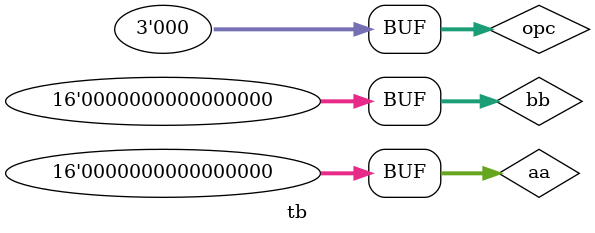
<source format=v>
`timescale 1ns/1ns
module tb();
    
    reg [15:0] aa, bb;
    reg [2:0] opc;
    reg cc;
    

    wire [15:0] ww, ww_y;
    wire zer, neg, zer_y, neg_y;

    ALU alu(.inA(aa), .inB(bb), .inC(cc), .outW(ww), .opc(opc), .zer(zer), .neg(neg));
    ALU_synth alu_y(.inA(aa), .inB(bb), .inC(cc), .outW(ww_y), .opc(opc), .zer(zer_y), .neg(neg_y));


    initial opc = 3'b0;
    initial {aa, bb, cc} = $random;
    initial repeat (10) #1000 {aa, bb, cc} = $random;
    initial repeat (10) #1000 opc = opc + 3'b001;

endmodule
</source>
